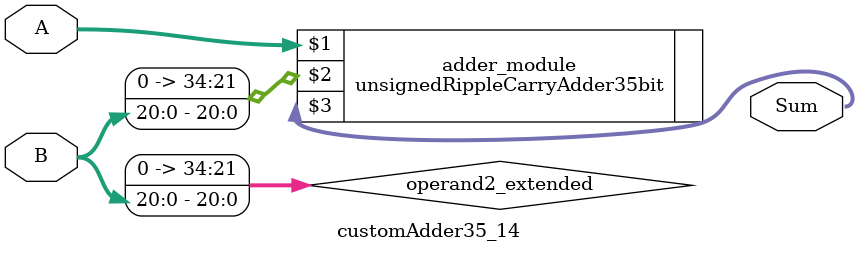
<source format=v>
module customAdder35_14(
                        input [34 : 0] A,
                        input [20 : 0] B,
                        
                        output [35 : 0] Sum
                );

        wire [34 : 0] operand2_extended;
        
        assign operand2_extended =  {14'b0, B};
        
        unsignedRippleCarryAdder35bit adder_module(
            A,
            operand2_extended,
            Sum
        );
        
        endmodule
        
</source>
